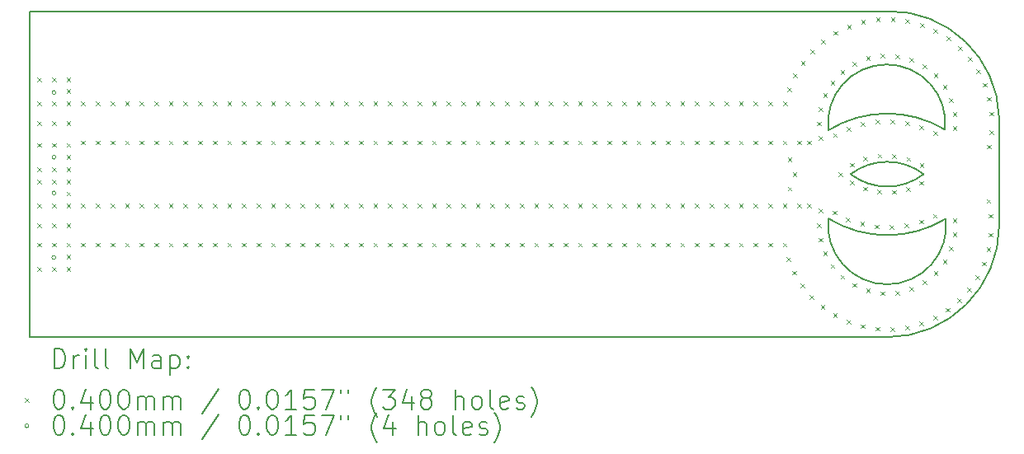
<source format=gbr>
%TF.GenerationSoftware,KiCad,Pcbnew,8.0.0*%
%TF.CreationDate,2024-04-11T14:57:10-06:00*%
%TF.ProjectId,dual_loop_probe_groundfix,6475616c-5f6c-46f6-9f70-5f70726f6265,rev?*%
%TF.SameCoordinates,Original*%
%TF.FileFunction,Drillmap*%
%TF.FilePolarity,Positive*%
%FSLAX45Y45*%
G04 Gerber Fmt 4.5, Leading zero omitted, Abs format (unit mm)*
G04 Created by KiCad (PCBNEW 8.0.0) date 2024-04-11 14:57:10*
%MOMM*%
%LPD*%
G01*
G04 APERTURE LIST*
%ADD10C,0.150000*%
%ADD11C,0.200000*%
%ADD12C,0.100000*%
G04 APERTURE END LIST*
D10*
X18100000Y-7400000D02*
X9300000Y-7400000D01*
X19250000Y-9600000D02*
G75*
G02*
X18100000Y-10750000I-1150000J0D01*
G01*
X18475000Y-9075000D02*
G75*
G02*
X17725000Y-9075000I-375000J488709D01*
G01*
X19250000Y-8500000D02*
X19250000Y-9600000D01*
X17497002Y-8623373D02*
G75*
G02*
X18693279Y-8616940I603408J-976597D01*
G01*
X18703080Y-9532179D02*
G75*
G02*
X17497085Y-9530736I-601820J984869D01*
G01*
X17497002Y-8623373D02*
G75*
G02*
X18693282Y-8616936I597762J73396D01*
G01*
X17725000Y-9075000D02*
G75*
G02*
X18475000Y-9075000I375000J-488709D01*
G01*
X18100000Y-10750000D02*
X9300000Y-10750000D01*
X9300000Y-10750000D02*
X9300000Y-7400000D01*
X18703080Y-9532179D02*
G75*
G02*
X17497083Y-9530738I-603080J-67821D01*
G01*
X18100000Y-7400000D02*
G75*
G02*
X19250000Y-8500000I25000J-1125000D01*
G01*
D11*
D12*
X9380000Y-8080000D02*
X9420000Y-8120000D01*
X9420000Y-8080000D02*
X9380000Y-8120000D01*
X9380000Y-8330000D02*
X9420000Y-8370000D01*
X9420000Y-8330000D02*
X9380000Y-8370000D01*
X9380000Y-8530092D02*
X9420000Y-8570092D01*
X9420000Y-8530092D02*
X9380000Y-8570092D01*
X9380000Y-8755000D02*
X9420000Y-8795000D01*
X9420000Y-8755000D02*
X9380000Y-8795000D01*
X9380000Y-9005000D02*
X9420000Y-9045000D01*
X9420000Y-9005000D02*
X9380000Y-9045000D01*
X9380000Y-9130000D02*
X9420000Y-9170000D01*
X9420000Y-9130000D02*
X9380000Y-9170000D01*
X9380000Y-9380000D02*
X9420000Y-9420000D01*
X9420000Y-9380000D02*
X9380000Y-9420000D01*
X9380000Y-9580000D02*
X9420000Y-9620000D01*
X9420000Y-9580000D02*
X9380000Y-9620000D01*
X9380000Y-9780000D02*
X9420000Y-9820000D01*
X9420000Y-9780000D02*
X9380000Y-9820000D01*
X9380000Y-10030000D02*
X9420000Y-10070000D01*
X9420000Y-10030000D02*
X9380000Y-10070000D01*
X9530000Y-8080000D02*
X9570000Y-8120000D01*
X9570000Y-8080000D02*
X9530000Y-8120000D01*
X9530000Y-8330000D02*
X9570000Y-8370000D01*
X9570000Y-8330000D02*
X9530000Y-8370000D01*
X9530000Y-8530092D02*
X9570000Y-8570092D01*
X9570000Y-8530092D02*
X9530000Y-8570092D01*
X9530000Y-8755000D02*
X9570000Y-8795000D01*
X9570000Y-8755000D02*
X9530000Y-8795000D01*
X9530000Y-9005000D02*
X9570000Y-9045000D01*
X9570000Y-9005000D02*
X9530000Y-9045000D01*
X9530000Y-9130000D02*
X9570000Y-9170000D01*
X9570000Y-9130000D02*
X9530000Y-9170000D01*
X9530000Y-9380000D02*
X9570000Y-9420000D01*
X9570000Y-9380000D02*
X9530000Y-9420000D01*
X9530000Y-9580063D02*
X9570000Y-9620063D01*
X9570000Y-9580063D02*
X9530000Y-9620063D01*
X9530000Y-9780000D02*
X9570000Y-9820000D01*
X9570000Y-9780000D02*
X9530000Y-9820000D01*
X9530000Y-10030000D02*
X9570000Y-10070000D01*
X9570000Y-10030000D02*
X9530000Y-10070000D01*
X9680000Y-8080000D02*
X9720000Y-8120000D01*
X9720000Y-8080000D02*
X9680000Y-8120000D01*
X9680000Y-8330092D02*
X9720000Y-8370092D01*
X9720000Y-8330092D02*
X9680000Y-8370092D01*
X9680000Y-8530092D02*
X9720000Y-8570092D01*
X9720000Y-8530092D02*
X9680000Y-8570092D01*
X9680000Y-8755000D02*
X9720000Y-8795000D01*
X9720000Y-8755000D02*
X9680000Y-8795000D01*
X9680000Y-9005000D02*
X9720000Y-9045000D01*
X9720000Y-9005000D02*
X9680000Y-9045000D01*
X9680000Y-9130000D02*
X9720000Y-9170000D01*
X9720000Y-9130000D02*
X9680000Y-9170000D01*
X9680000Y-9380000D02*
X9720000Y-9420000D01*
X9720000Y-9380000D02*
X9680000Y-9420000D01*
X9680000Y-9580000D02*
X9720000Y-9620000D01*
X9720000Y-9580000D02*
X9680000Y-9620000D01*
X9680000Y-9780000D02*
X9720000Y-9820000D01*
X9720000Y-9780000D02*
X9680000Y-9820000D01*
X9680000Y-10030000D02*
X9720000Y-10070000D01*
X9720000Y-10030000D02*
X9680000Y-10070000D01*
X9680719Y-8203901D02*
X9720719Y-8243901D01*
X9720719Y-8203901D02*
X9680719Y-8243901D01*
X9680719Y-9253901D02*
X9720719Y-9293901D01*
X9720719Y-9253901D02*
X9680719Y-9293901D01*
X9680746Y-8880353D02*
X9720746Y-8920353D01*
X9720746Y-8880353D02*
X9680746Y-8920353D01*
X9680746Y-9905353D02*
X9720746Y-9945353D01*
X9720746Y-9905353D02*
X9680746Y-9945353D01*
X9830000Y-8330000D02*
X9870000Y-8370000D01*
X9870000Y-8330000D02*
X9830000Y-8370000D01*
X9830000Y-8730000D02*
X9870000Y-8770000D01*
X9870000Y-8730000D02*
X9830000Y-8770000D01*
X9830000Y-9380000D02*
X9870000Y-9420000D01*
X9870000Y-9380000D02*
X9830000Y-9420000D01*
X9830000Y-9780000D02*
X9870000Y-9820000D01*
X9870000Y-9780000D02*
X9830000Y-9820000D01*
X9980000Y-8330000D02*
X10020000Y-8370000D01*
X10020000Y-8330000D02*
X9980000Y-8370000D01*
X9980000Y-8730000D02*
X10020000Y-8770000D01*
X10020000Y-8730000D02*
X9980000Y-8770000D01*
X9980000Y-9380000D02*
X10020000Y-9420000D01*
X10020000Y-9380000D02*
X9980000Y-9420000D01*
X9980000Y-9780000D02*
X10020000Y-9820000D01*
X10020000Y-9780000D02*
X9980000Y-9820000D01*
X10130000Y-8330000D02*
X10170000Y-8370000D01*
X10170000Y-8330000D02*
X10130000Y-8370000D01*
X10130000Y-8730000D02*
X10170000Y-8770000D01*
X10170000Y-8730000D02*
X10130000Y-8770000D01*
X10130000Y-9380000D02*
X10170000Y-9420000D01*
X10170000Y-9380000D02*
X10130000Y-9420000D01*
X10130000Y-9780000D02*
X10170000Y-9820000D01*
X10170000Y-9780000D02*
X10130000Y-9820000D01*
X10280000Y-8330000D02*
X10320000Y-8370000D01*
X10320000Y-8330000D02*
X10280000Y-8370000D01*
X10280000Y-8730000D02*
X10320000Y-8770000D01*
X10320000Y-8730000D02*
X10280000Y-8770000D01*
X10280000Y-9380000D02*
X10320000Y-9420000D01*
X10320000Y-9380000D02*
X10280000Y-9420000D01*
X10280000Y-9780000D02*
X10320000Y-9820000D01*
X10320000Y-9780000D02*
X10280000Y-9820000D01*
X10430000Y-8330000D02*
X10470000Y-8370000D01*
X10470000Y-8330000D02*
X10430000Y-8370000D01*
X10430000Y-8730000D02*
X10470000Y-8770000D01*
X10470000Y-8730000D02*
X10430000Y-8770000D01*
X10430000Y-9380000D02*
X10470000Y-9420000D01*
X10470000Y-9380000D02*
X10430000Y-9420000D01*
X10430000Y-9780000D02*
X10470000Y-9820000D01*
X10470000Y-9780000D02*
X10430000Y-9820000D01*
X10580000Y-8330000D02*
X10620000Y-8370000D01*
X10620000Y-8330000D02*
X10580000Y-8370000D01*
X10580000Y-8730000D02*
X10620000Y-8770000D01*
X10620000Y-8730000D02*
X10580000Y-8770000D01*
X10580000Y-9380000D02*
X10620000Y-9420000D01*
X10620000Y-9380000D02*
X10580000Y-9420000D01*
X10580000Y-9780000D02*
X10620000Y-9820000D01*
X10620000Y-9780000D02*
X10580000Y-9820000D01*
X10730000Y-8330000D02*
X10770000Y-8370000D01*
X10770000Y-8330000D02*
X10730000Y-8370000D01*
X10730000Y-8730000D02*
X10770000Y-8770000D01*
X10770000Y-8730000D02*
X10730000Y-8770000D01*
X10730000Y-9380000D02*
X10770000Y-9420000D01*
X10770000Y-9380000D02*
X10730000Y-9420000D01*
X10730000Y-9780000D02*
X10770000Y-9820000D01*
X10770000Y-9780000D02*
X10730000Y-9820000D01*
X10880000Y-8330000D02*
X10920000Y-8370000D01*
X10920000Y-8330000D02*
X10880000Y-8370000D01*
X10880000Y-8730000D02*
X10920000Y-8770000D01*
X10920000Y-8730000D02*
X10880000Y-8770000D01*
X10880000Y-9380000D02*
X10920000Y-9420000D01*
X10920000Y-9380000D02*
X10880000Y-9420000D01*
X10880000Y-9780000D02*
X10920000Y-9820000D01*
X10920000Y-9780000D02*
X10880000Y-9820000D01*
X11030000Y-8330000D02*
X11070000Y-8370000D01*
X11070000Y-8330000D02*
X11030000Y-8370000D01*
X11030000Y-8730000D02*
X11070000Y-8770000D01*
X11070000Y-8730000D02*
X11030000Y-8770000D01*
X11030000Y-9380000D02*
X11070000Y-9420000D01*
X11070000Y-9380000D02*
X11030000Y-9420000D01*
X11030000Y-9780000D02*
X11070000Y-9820000D01*
X11070000Y-9780000D02*
X11030000Y-9820000D01*
X11180000Y-8330000D02*
X11220000Y-8370000D01*
X11220000Y-8330000D02*
X11180000Y-8370000D01*
X11180000Y-8730000D02*
X11220000Y-8770000D01*
X11220000Y-8730000D02*
X11180000Y-8770000D01*
X11180000Y-9380000D02*
X11220000Y-9420000D01*
X11220000Y-9380000D02*
X11180000Y-9420000D01*
X11180000Y-9780000D02*
X11220000Y-9820000D01*
X11220000Y-9780000D02*
X11180000Y-9820000D01*
X11330000Y-8330000D02*
X11370000Y-8370000D01*
X11370000Y-8330000D02*
X11330000Y-8370000D01*
X11330000Y-8730000D02*
X11370000Y-8770000D01*
X11370000Y-8730000D02*
X11330000Y-8770000D01*
X11330000Y-9380000D02*
X11370000Y-9420000D01*
X11370000Y-9380000D02*
X11330000Y-9420000D01*
X11330000Y-9780000D02*
X11370000Y-9820000D01*
X11370000Y-9780000D02*
X11330000Y-9820000D01*
X11480000Y-8330000D02*
X11520000Y-8370000D01*
X11520000Y-8330000D02*
X11480000Y-8370000D01*
X11480000Y-8730000D02*
X11520000Y-8770000D01*
X11520000Y-8730000D02*
X11480000Y-8770000D01*
X11480000Y-9380000D02*
X11520000Y-9420000D01*
X11520000Y-9380000D02*
X11480000Y-9420000D01*
X11480000Y-9780000D02*
X11520000Y-9820000D01*
X11520000Y-9780000D02*
X11480000Y-9820000D01*
X11630000Y-8330000D02*
X11670000Y-8370000D01*
X11670000Y-8330000D02*
X11630000Y-8370000D01*
X11630000Y-8730000D02*
X11670000Y-8770000D01*
X11670000Y-8730000D02*
X11630000Y-8770000D01*
X11630000Y-9380000D02*
X11670000Y-9420000D01*
X11670000Y-9380000D02*
X11630000Y-9420000D01*
X11630000Y-9780000D02*
X11670000Y-9820000D01*
X11670000Y-9780000D02*
X11630000Y-9820000D01*
X11780000Y-8330000D02*
X11820000Y-8370000D01*
X11820000Y-8330000D02*
X11780000Y-8370000D01*
X11780000Y-8730000D02*
X11820000Y-8770000D01*
X11820000Y-8730000D02*
X11780000Y-8770000D01*
X11780000Y-9380000D02*
X11820000Y-9420000D01*
X11820000Y-9380000D02*
X11780000Y-9420000D01*
X11780000Y-9780000D02*
X11820000Y-9820000D01*
X11820000Y-9780000D02*
X11780000Y-9820000D01*
X11930000Y-8330000D02*
X11970000Y-8370000D01*
X11970000Y-8330000D02*
X11930000Y-8370000D01*
X11930000Y-8730000D02*
X11970000Y-8770000D01*
X11970000Y-8730000D02*
X11930000Y-8770000D01*
X11930000Y-9380000D02*
X11970000Y-9420000D01*
X11970000Y-9380000D02*
X11930000Y-9420000D01*
X11930000Y-9780000D02*
X11970000Y-9820000D01*
X11970000Y-9780000D02*
X11930000Y-9820000D01*
X12080000Y-8330000D02*
X12120000Y-8370000D01*
X12120000Y-8330000D02*
X12080000Y-8370000D01*
X12080000Y-8730000D02*
X12120000Y-8770000D01*
X12120000Y-8730000D02*
X12080000Y-8770000D01*
X12080000Y-9380000D02*
X12120000Y-9420000D01*
X12120000Y-9380000D02*
X12080000Y-9420000D01*
X12080000Y-9780000D02*
X12120000Y-9820000D01*
X12120000Y-9780000D02*
X12080000Y-9820000D01*
X12230000Y-8330000D02*
X12270000Y-8370000D01*
X12270000Y-8330000D02*
X12230000Y-8370000D01*
X12230000Y-8730000D02*
X12270000Y-8770000D01*
X12270000Y-8730000D02*
X12230000Y-8770000D01*
X12230000Y-9380000D02*
X12270000Y-9420000D01*
X12270000Y-9380000D02*
X12230000Y-9420000D01*
X12230000Y-9780000D02*
X12270000Y-9820000D01*
X12270000Y-9780000D02*
X12230000Y-9820000D01*
X12380000Y-8330000D02*
X12420000Y-8370000D01*
X12420000Y-8330000D02*
X12380000Y-8370000D01*
X12380000Y-8730000D02*
X12420000Y-8770000D01*
X12420000Y-8730000D02*
X12380000Y-8770000D01*
X12380000Y-9380000D02*
X12420000Y-9420000D01*
X12420000Y-9380000D02*
X12380000Y-9420000D01*
X12380000Y-9780000D02*
X12420000Y-9820000D01*
X12420000Y-9780000D02*
X12380000Y-9820000D01*
X12530000Y-8330000D02*
X12570000Y-8370000D01*
X12570000Y-8330000D02*
X12530000Y-8370000D01*
X12530000Y-8730000D02*
X12570000Y-8770000D01*
X12570000Y-8730000D02*
X12530000Y-8770000D01*
X12530000Y-9380000D02*
X12570000Y-9420000D01*
X12570000Y-9380000D02*
X12530000Y-9420000D01*
X12530000Y-9780000D02*
X12570000Y-9820000D01*
X12570000Y-9780000D02*
X12530000Y-9820000D01*
X12680000Y-8330000D02*
X12720000Y-8370000D01*
X12720000Y-8330000D02*
X12680000Y-8370000D01*
X12680000Y-8730000D02*
X12720000Y-8770000D01*
X12720000Y-8730000D02*
X12680000Y-8770000D01*
X12680000Y-9380000D02*
X12720000Y-9420000D01*
X12720000Y-9380000D02*
X12680000Y-9420000D01*
X12680000Y-9780000D02*
X12720000Y-9820000D01*
X12720000Y-9780000D02*
X12680000Y-9820000D01*
X12830000Y-8330000D02*
X12870000Y-8370000D01*
X12870000Y-8330000D02*
X12830000Y-8370000D01*
X12830000Y-8730000D02*
X12870000Y-8770000D01*
X12870000Y-8730000D02*
X12830000Y-8770000D01*
X12830000Y-9380000D02*
X12870000Y-9420000D01*
X12870000Y-9380000D02*
X12830000Y-9420000D01*
X12830000Y-9780000D02*
X12870000Y-9820000D01*
X12870000Y-9780000D02*
X12830000Y-9820000D01*
X12980000Y-8330000D02*
X13020000Y-8370000D01*
X13020000Y-8330000D02*
X12980000Y-8370000D01*
X12980000Y-8730000D02*
X13020000Y-8770000D01*
X13020000Y-8730000D02*
X12980000Y-8770000D01*
X12980000Y-9380000D02*
X13020000Y-9420000D01*
X13020000Y-9380000D02*
X12980000Y-9420000D01*
X12980000Y-9780000D02*
X13020000Y-9820000D01*
X13020000Y-9780000D02*
X12980000Y-9820000D01*
X13130000Y-8330000D02*
X13170000Y-8370000D01*
X13170000Y-8330000D02*
X13130000Y-8370000D01*
X13130000Y-8730000D02*
X13170000Y-8770000D01*
X13170000Y-8730000D02*
X13130000Y-8770000D01*
X13130000Y-9380000D02*
X13170000Y-9420000D01*
X13170000Y-9380000D02*
X13130000Y-9420000D01*
X13130000Y-9780000D02*
X13170000Y-9820000D01*
X13170000Y-9780000D02*
X13130000Y-9820000D01*
X13280000Y-8330000D02*
X13320000Y-8370000D01*
X13320000Y-8330000D02*
X13280000Y-8370000D01*
X13280000Y-8730000D02*
X13320000Y-8770000D01*
X13320000Y-8730000D02*
X13280000Y-8770000D01*
X13280000Y-9380000D02*
X13320000Y-9420000D01*
X13320000Y-9380000D02*
X13280000Y-9420000D01*
X13280000Y-9780000D02*
X13320000Y-9820000D01*
X13320000Y-9780000D02*
X13280000Y-9820000D01*
X13430000Y-8330000D02*
X13470000Y-8370000D01*
X13470000Y-8330000D02*
X13430000Y-8370000D01*
X13430000Y-8730000D02*
X13470000Y-8770000D01*
X13470000Y-8730000D02*
X13430000Y-8770000D01*
X13430000Y-9380000D02*
X13470000Y-9420000D01*
X13470000Y-9380000D02*
X13430000Y-9420000D01*
X13430000Y-9780000D02*
X13470000Y-9820000D01*
X13470000Y-9780000D02*
X13430000Y-9820000D01*
X13580000Y-8330000D02*
X13620000Y-8370000D01*
X13620000Y-8330000D02*
X13580000Y-8370000D01*
X13580000Y-8730000D02*
X13620000Y-8770000D01*
X13620000Y-8730000D02*
X13580000Y-8770000D01*
X13580000Y-9380000D02*
X13620000Y-9420000D01*
X13620000Y-9380000D02*
X13580000Y-9420000D01*
X13580000Y-9780000D02*
X13620000Y-9820000D01*
X13620000Y-9780000D02*
X13580000Y-9820000D01*
X13730000Y-8330000D02*
X13770000Y-8370000D01*
X13770000Y-8330000D02*
X13730000Y-8370000D01*
X13730000Y-8730000D02*
X13770000Y-8770000D01*
X13770000Y-8730000D02*
X13730000Y-8770000D01*
X13730000Y-9380000D02*
X13770000Y-9420000D01*
X13770000Y-9380000D02*
X13730000Y-9420000D01*
X13730000Y-9780000D02*
X13770000Y-9820000D01*
X13770000Y-9780000D02*
X13730000Y-9820000D01*
X13880000Y-8330000D02*
X13920000Y-8370000D01*
X13920000Y-8330000D02*
X13880000Y-8370000D01*
X13880000Y-8730000D02*
X13920000Y-8770000D01*
X13920000Y-8730000D02*
X13880000Y-8770000D01*
X13880000Y-9380000D02*
X13920000Y-9420000D01*
X13920000Y-9380000D02*
X13880000Y-9420000D01*
X13880000Y-9780000D02*
X13920000Y-9820000D01*
X13920000Y-9780000D02*
X13880000Y-9820000D01*
X14030000Y-8330000D02*
X14070000Y-8370000D01*
X14070000Y-8330000D02*
X14030000Y-8370000D01*
X14030000Y-8730000D02*
X14070000Y-8770000D01*
X14070000Y-8730000D02*
X14030000Y-8770000D01*
X14030000Y-9380000D02*
X14070000Y-9420000D01*
X14070000Y-9380000D02*
X14030000Y-9420000D01*
X14030000Y-9780000D02*
X14070000Y-9820000D01*
X14070000Y-9780000D02*
X14030000Y-9820000D01*
X14180000Y-8330000D02*
X14220000Y-8370000D01*
X14220000Y-8330000D02*
X14180000Y-8370000D01*
X14180000Y-8730000D02*
X14220000Y-8770000D01*
X14220000Y-8730000D02*
X14180000Y-8770000D01*
X14180000Y-9380000D02*
X14220000Y-9420000D01*
X14220000Y-9380000D02*
X14180000Y-9420000D01*
X14180000Y-9780000D02*
X14220000Y-9820000D01*
X14220000Y-9780000D02*
X14180000Y-9820000D01*
X14330000Y-8330000D02*
X14370000Y-8370000D01*
X14370000Y-8330000D02*
X14330000Y-8370000D01*
X14330000Y-8730000D02*
X14370000Y-8770000D01*
X14370000Y-8730000D02*
X14330000Y-8770000D01*
X14330000Y-9380000D02*
X14370000Y-9420000D01*
X14370000Y-9380000D02*
X14330000Y-9420000D01*
X14330000Y-9780000D02*
X14370000Y-9820000D01*
X14370000Y-9780000D02*
X14330000Y-9820000D01*
X14480000Y-8330000D02*
X14520000Y-8370000D01*
X14520000Y-8330000D02*
X14480000Y-8370000D01*
X14480000Y-8330000D02*
X14520000Y-8370000D01*
X14520000Y-8330000D02*
X14480000Y-8370000D01*
X14480000Y-8730000D02*
X14520000Y-8770000D01*
X14520000Y-8730000D02*
X14480000Y-8770000D01*
X14480000Y-8730000D02*
X14520000Y-8770000D01*
X14520000Y-8730000D02*
X14480000Y-8770000D01*
X14480000Y-9380000D02*
X14520000Y-9420000D01*
X14520000Y-9380000D02*
X14480000Y-9420000D01*
X14480000Y-9380000D02*
X14520000Y-9420000D01*
X14520000Y-9380000D02*
X14480000Y-9420000D01*
X14480000Y-9780000D02*
X14520000Y-9820000D01*
X14520000Y-9780000D02*
X14480000Y-9820000D01*
X14480000Y-9780000D02*
X14520000Y-9820000D01*
X14520000Y-9780000D02*
X14480000Y-9820000D01*
X14630000Y-8330000D02*
X14670000Y-8370000D01*
X14670000Y-8330000D02*
X14630000Y-8370000D01*
X14630000Y-8730000D02*
X14670000Y-8770000D01*
X14670000Y-8730000D02*
X14630000Y-8770000D01*
X14630000Y-9380000D02*
X14670000Y-9420000D01*
X14670000Y-9380000D02*
X14630000Y-9420000D01*
X14630000Y-9780000D02*
X14670000Y-9820000D01*
X14670000Y-9780000D02*
X14630000Y-9820000D01*
X14780000Y-8330000D02*
X14820000Y-8370000D01*
X14820000Y-8330000D02*
X14780000Y-8370000D01*
X14780000Y-8730000D02*
X14820000Y-8770000D01*
X14820000Y-8730000D02*
X14780000Y-8770000D01*
X14780000Y-9380000D02*
X14820000Y-9420000D01*
X14820000Y-9380000D02*
X14780000Y-9420000D01*
X14780000Y-9780000D02*
X14820000Y-9820000D01*
X14820000Y-9780000D02*
X14780000Y-9820000D01*
X14930000Y-8330000D02*
X14970000Y-8370000D01*
X14970000Y-8330000D02*
X14930000Y-8370000D01*
X14930000Y-8730000D02*
X14970000Y-8770000D01*
X14970000Y-8730000D02*
X14930000Y-8770000D01*
X14930000Y-9380000D02*
X14970000Y-9420000D01*
X14970000Y-9380000D02*
X14930000Y-9420000D01*
X14930000Y-9780000D02*
X14970000Y-9820000D01*
X14970000Y-9780000D02*
X14930000Y-9820000D01*
X15080000Y-8330000D02*
X15120000Y-8370000D01*
X15120000Y-8330000D02*
X15080000Y-8370000D01*
X15080000Y-8730000D02*
X15120000Y-8770000D01*
X15120000Y-8730000D02*
X15080000Y-8770000D01*
X15080000Y-9380000D02*
X15120000Y-9420000D01*
X15120000Y-9380000D02*
X15080000Y-9420000D01*
X15080000Y-9780000D02*
X15120000Y-9820000D01*
X15120000Y-9780000D02*
X15080000Y-9820000D01*
X15230000Y-8330000D02*
X15270000Y-8370000D01*
X15270000Y-8330000D02*
X15230000Y-8370000D01*
X15230000Y-8730000D02*
X15270000Y-8770000D01*
X15270000Y-8730000D02*
X15230000Y-8770000D01*
X15230000Y-9380000D02*
X15270000Y-9420000D01*
X15270000Y-9380000D02*
X15230000Y-9420000D01*
X15230000Y-9780000D02*
X15270000Y-9820000D01*
X15270000Y-9780000D02*
X15230000Y-9820000D01*
X15380000Y-8330000D02*
X15420000Y-8370000D01*
X15420000Y-8330000D02*
X15380000Y-8370000D01*
X15380000Y-8730000D02*
X15420000Y-8770000D01*
X15420000Y-8730000D02*
X15380000Y-8770000D01*
X15380000Y-9380000D02*
X15420000Y-9420000D01*
X15420000Y-9380000D02*
X15380000Y-9420000D01*
X15380000Y-9780000D02*
X15420000Y-9820000D01*
X15420000Y-9780000D02*
X15380000Y-9820000D01*
X15530000Y-8330000D02*
X15570000Y-8370000D01*
X15570000Y-8330000D02*
X15530000Y-8370000D01*
X15530000Y-8730000D02*
X15570000Y-8770000D01*
X15570000Y-8730000D02*
X15530000Y-8770000D01*
X15530000Y-9380000D02*
X15570000Y-9420000D01*
X15570000Y-9380000D02*
X15530000Y-9420000D01*
X15530000Y-9780000D02*
X15570000Y-9820000D01*
X15570000Y-9780000D02*
X15530000Y-9820000D01*
X15680000Y-8330000D02*
X15720000Y-8370000D01*
X15720000Y-8330000D02*
X15680000Y-8370000D01*
X15680000Y-8730000D02*
X15720000Y-8770000D01*
X15720000Y-8730000D02*
X15680000Y-8770000D01*
X15680000Y-9380000D02*
X15720000Y-9420000D01*
X15720000Y-9380000D02*
X15680000Y-9420000D01*
X15680000Y-9780000D02*
X15720000Y-9820000D01*
X15720000Y-9780000D02*
X15680000Y-9820000D01*
X15830000Y-8330000D02*
X15870000Y-8370000D01*
X15870000Y-8330000D02*
X15830000Y-8370000D01*
X15830000Y-8730000D02*
X15870000Y-8770000D01*
X15870000Y-8730000D02*
X15830000Y-8770000D01*
X15830000Y-9380000D02*
X15870000Y-9420000D01*
X15870000Y-9380000D02*
X15830000Y-9420000D01*
X15830000Y-9780000D02*
X15870000Y-9820000D01*
X15870000Y-9780000D02*
X15830000Y-9820000D01*
X15980000Y-8330000D02*
X16020000Y-8370000D01*
X16020000Y-8330000D02*
X15980000Y-8370000D01*
X15980000Y-8730000D02*
X16020000Y-8770000D01*
X16020000Y-8730000D02*
X15980000Y-8770000D01*
X15980000Y-9380000D02*
X16020000Y-9420000D01*
X16020000Y-9380000D02*
X15980000Y-9420000D01*
X15980000Y-9780000D02*
X16020000Y-9820000D01*
X16020000Y-9780000D02*
X15980000Y-9820000D01*
X16130000Y-8330000D02*
X16170000Y-8370000D01*
X16170000Y-8330000D02*
X16130000Y-8370000D01*
X16130000Y-8730000D02*
X16170000Y-8770000D01*
X16170000Y-8730000D02*
X16130000Y-8770000D01*
X16130000Y-9380000D02*
X16170000Y-9420000D01*
X16170000Y-9380000D02*
X16130000Y-9420000D01*
X16130000Y-9780000D02*
X16170000Y-9820000D01*
X16170000Y-9780000D02*
X16130000Y-9820000D01*
X16280000Y-8330000D02*
X16320000Y-8370000D01*
X16320000Y-8330000D02*
X16280000Y-8370000D01*
X16280000Y-8730000D02*
X16320000Y-8770000D01*
X16320000Y-8730000D02*
X16280000Y-8770000D01*
X16280000Y-9380000D02*
X16320000Y-9420000D01*
X16320000Y-9380000D02*
X16280000Y-9420000D01*
X16280000Y-9780000D02*
X16320000Y-9820000D01*
X16320000Y-9780000D02*
X16280000Y-9820000D01*
X16430000Y-8330000D02*
X16470000Y-8370000D01*
X16470000Y-8330000D02*
X16430000Y-8370000D01*
X16430000Y-8730000D02*
X16470000Y-8770000D01*
X16470000Y-8730000D02*
X16430000Y-8770000D01*
X16430000Y-9380000D02*
X16470000Y-9420000D01*
X16470000Y-9380000D02*
X16430000Y-9420000D01*
X16430000Y-9780000D02*
X16470000Y-9820000D01*
X16470000Y-9780000D02*
X16430000Y-9820000D01*
X16580000Y-8330000D02*
X16620000Y-8370000D01*
X16620000Y-8330000D02*
X16580000Y-8370000D01*
X16580000Y-8730000D02*
X16620000Y-8770000D01*
X16620000Y-8730000D02*
X16580000Y-8770000D01*
X16580000Y-9380000D02*
X16620000Y-9420000D01*
X16620000Y-9380000D02*
X16580000Y-9420000D01*
X16580000Y-9780000D02*
X16620000Y-9820000D01*
X16620000Y-9780000D02*
X16580000Y-9820000D01*
X16730000Y-8330000D02*
X16770000Y-8370000D01*
X16770000Y-8330000D02*
X16730000Y-8370000D01*
X16730000Y-8730000D02*
X16770000Y-8770000D01*
X16770000Y-8730000D02*
X16730000Y-8770000D01*
X16730000Y-9380000D02*
X16770000Y-9420000D01*
X16770000Y-9380000D02*
X16730000Y-9420000D01*
X16730000Y-9780000D02*
X16770000Y-9820000D01*
X16770000Y-9780000D02*
X16730000Y-9820000D01*
X16880000Y-8330000D02*
X16920000Y-8370000D01*
X16920000Y-8330000D02*
X16880000Y-8370000D01*
X16880000Y-8730000D02*
X16920000Y-8770000D01*
X16920000Y-8730000D02*
X16880000Y-8770000D01*
X16880000Y-9380000D02*
X16920000Y-9420000D01*
X16920000Y-9380000D02*
X16880000Y-9420000D01*
X16880000Y-9780000D02*
X16920000Y-9820000D01*
X16920000Y-9780000D02*
X16880000Y-9820000D01*
X17030000Y-8730000D02*
X17070000Y-8770000D01*
X17070000Y-8730000D02*
X17030000Y-8770000D01*
X17030000Y-9380000D02*
X17070000Y-9420000D01*
X17070000Y-9380000D02*
X17030000Y-9420000D01*
X17030000Y-9780000D02*
X17070000Y-9820000D01*
X17070000Y-9780000D02*
X17030000Y-9820000D01*
X17035548Y-8330000D02*
X17075548Y-8370000D01*
X17075548Y-8330000D02*
X17035548Y-8370000D01*
X17069261Y-9927716D02*
X17109261Y-9967716D01*
X17109261Y-9927716D02*
X17069261Y-9967716D01*
X17074809Y-8182284D02*
X17114809Y-8222284D01*
X17114809Y-8182284D02*
X17074809Y-8222284D01*
X17080000Y-8905000D02*
X17120000Y-8945000D01*
X17120000Y-8905000D02*
X17080000Y-8945000D01*
X17080000Y-9205000D02*
X17120000Y-9245000D01*
X17120000Y-9205000D02*
X17080000Y-9245000D01*
X17129189Y-10068321D02*
X17169189Y-10108321D01*
X17169189Y-10068321D02*
X17129189Y-10108321D01*
X17130000Y-9055000D02*
X17170000Y-9095000D01*
X17170000Y-9055000D02*
X17130000Y-9095000D01*
X17134736Y-8041679D02*
X17174736Y-8081679D01*
X17174736Y-8041679D02*
X17134736Y-8081679D01*
X17180000Y-8730000D02*
X17220000Y-8770000D01*
X17220000Y-8730000D02*
X17180000Y-8770000D01*
X17180000Y-9380000D02*
X17220000Y-9420000D01*
X17220000Y-9380000D02*
X17180000Y-9420000D01*
X17208558Y-10198942D02*
X17248558Y-10238942D01*
X17248558Y-10198942D02*
X17208558Y-10238942D01*
X17214106Y-7911058D02*
X17254106Y-7951058D01*
X17254106Y-7911058D02*
X17214106Y-7951058D01*
X17280000Y-8730000D02*
X17320000Y-8770000D01*
X17320000Y-8730000D02*
X17280000Y-8770000D01*
X17280000Y-9380000D02*
X17320000Y-9420000D01*
X17320000Y-9380000D02*
X17280000Y-9420000D01*
X17305747Y-10316907D02*
X17345747Y-10356907D01*
X17345747Y-10316907D02*
X17305747Y-10356907D01*
X17311295Y-7793093D02*
X17351295Y-7833093D01*
X17351295Y-7793093D02*
X17311295Y-7833093D01*
X17380000Y-9580000D02*
X17420000Y-9620000D01*
X17420000Y-9580000D02*
X17380000Y-9620000D01*
X17380000Y-8534999D02*
X17420000Y-8574999D01*
X17420000Y-8534999D02*
X17380000Y-8574999D01*
X17396068Y-9430879D02*
X17436068Y-9470879D01*
X17436068Y-9430879D02*
X17396068Y-9470879D01*
X17396068Y-9729121D02*
X17436068Y-9769121D01*
X17436068Y-9729121D02*
X17396068Y-9769121D01*
X17396068Y-8385878D02*
X17436068Y-8425878D01*
X17436068Y-8385878D02*
X17396068Y-8425878D01*
X17396068Y-8684120D02*
X17436068Y-8724120D01*
X17436068Y-8684120D02*
X17396068Y-8724120D01*
X17418767Y-10419804D02*
X17458767Y-10459804D01*
X17458767Y-10419804D02*
X17418767Y-10459804D01*
X17424315Y-7690196D02*
X17464315Y-7730196D01*
X17464315Y-7690196D02*
X17424315Y-7730196D01*
X17443535Y-9871397D02*
X17483535Y-9911397D01*
X17483535Y-9871397D02*
X17443535Y-9911397D01*
X17443535Y-8243602D02*
X17483535Y-8283602D01*
X17483535Y-8243602D02*
X17443535Y-8283602D01*
X17520221Y-10000294D02*
X17560221Y-10040294D01*
X17560221Y-10000294D02*
X17520221Y-10040294D01*
X17520221Y-8114705D02*
X17560221Y-8154705D01*
X17560221Y-8114705D02*
X17520221Y-8154705D01*
X17542843Y-9450796D02*
X17582843Y-9490796D01*
X17582843Y-9450796D02*
X17542843Y-9490796D01*
X17545307Y-8654471D02*
X17585307Y-8694471D01*
X17585307Y-8654471D02*
X17545307Y-8694471D01*
X17545307Y-10505529D02*
X17585307Y-10545529D01*
X17585307Y-10505529D02*
X17545307Y-10545529D01*
X17550855Y-7604471D02*
X17590855Y-7644471D01*
X17590855Y-7604471D02*
X17550855Y-7644471D01*
X17598982Y-9055000D02*
X17638982Y-9095000D01*
X17638982Y-9055000D02*
X17598982Y-9095000D01*
X17622606Y-10109897D02*
X17662606Y-10149897D01*
X17662606Y-10109897D02*
X17622606Y-10149897D01*
X17622606Y-8005103D02*
X17662606Y-8045103D01*
X17662606Y-8005103D02*
X17622606Y-8045103D01*
X17679647Y-9518957D02*
X17719647Y-9558957D01*
X17719647Y-9518957D02*
X17679647Y-9558957D01*
X17682781Y-8587671D02*
X17722781Y-8627671D01*
X17722781Y-8587671D02*
X17682781Y-8627671D01*
X17682781Y-10572329D02*
X17722781Y-10612329D01*
X17722781Y-10572329D02*
X17682781Y-10612329D01*
X17688329Y-7537671D02*
X17728329Y-7577671D01*
X17728329Y-7537671D02*
X17688329Y-7577671D01*
X17716683Y-9141079D02*
X17756683Y-9181079D01*
X17756683Y-9141079D02*
X17716683Y-9181079D01*
X17719314Y-8959331D02*
X17759314Y-8999331D01*
X17759314Y-8959331D02*
X17719314Y-8999331D01*
X17745989Y-10195172D02*
X17785989Y-10235172D01*
X17785989Y-10195172D02*
X17745989Y-10235172D01*
X17745989Y-7919827D02*
X17785989Y-7959827D01*
X17785989Y-7919827D02*
X17745989Y-7959827D01*
X17824774Y-9566909D02*
X17864774Y-9606909D01*
X17864774Y-9566909D02*
X17824774Y-9606909D01*
X17828377Y-8541161D02*
X17868377Y-8581161D01*
X17868377Y-8541161D02*
X17828377Y-8581161D01*
X17828377Y-10618839D02*
X17868377Y-10658839D01*
X17868377Y-10618839D02*
X17828377Y-10658839D01*
X17833925Y-7491161D02*
X17873925Y-7531161D01*
X17873925Y-7491161D02*
X17833925Y-7531161D01*
X17852781Y-9204109D02*
X17892781Y-9244109D01*
X17892781Y-9204109D02*
X17852781Y-9244109D01*
X17855956Y-8897491D02*
X17895956Y-8937491D01*
X17895956Y-8897491D02*
X17855956Y-8937491D01*
X17884706Y-10252206D02*
X17924706Y-10292206D01*
X17924706Y-10252206D02*
X17884706Y-10292206D01*
X17884706Y-7862793D02*
X17924706Y-7902793D01*
X17924706Y-7862793D02*
X17884706Y-7902793D01*
X17975257Y-9593672D02*
X18015257Y-9633672D01*
X18015257Y-9593672D02*
X17975257Y-9633672D01*
X17979118Y-8515893D02*
X18019118Y-8555893D01*
X18019118Y-8515893D02*
X17979118Y-8555893D01*
X17979118Y-10644107D02*
X18019118Y-10684107D01*
X18019118Y-10644107D02*
X17979118Y-10684107D01*
X17984666Y-7465893D02*
X18024666Y-7505893D01*
X18024666Y-7465893D02*
X17984666Y-7505893D01*
X17999182Y-9236700D02*
X18039182Y-9276700D01*
X18039182Y-9236700D02*
X17999182Y-9276700D01*
X18002636Y-8866179D02*
X18042636Y-8906179D01*
X18042636Y-8866179D02*
X18002636Y-8906179D01*
X18032389Y-10278379D02*
X18072389Y-10318379D01*
X18072389Y-10278379D02*
X18032389Y-10318379D01*
X18032389Y-7836620D02*
X18072389Y-7876620D01*
X18072389Y-7836620D02*
X18032389Y-7876620D01*
X18128018Y-9598697D02*
X18168018Y-9638697D01*
X18168018Y-9598697D02*
X18128018Y-9638697D01*
X18131922Y-8512384D02*
X18171922Y-8552384D01*
X18171922Y-8512384D02*
X18131922Y-8552384D01*
X18131922Y-10647616D02*
X18171922Y-10687616D01*
X18171922Y-10647616D02*
X18131922Y-10687616D01*
X18137470Y-7462384D02*
X18177470Y-7502384D01*
X18177470Y-7462384D02*
X18137470Y-7502384D01*
X18149165Y-9237354D02*
X18189165Y-9277354D01*
X18189165Y-9237354D02*
X18149165Y-9277354D01*
X18152619Y-8866834D02*
X18192619Y-8906834D01*
X18192619Y-8866834D02*
X18152619Y-8906834D01*
X18182258Y-10272491D02*
X18222258Y-10312491D01*
X18222258Y-10272491D02*
X18182258Y-10312491D01*
X18182258Y-7842508D02*
X18222258Y-7882508D01*
X18222258Y-7842508D02*
X18182258Y-7882508D01*
X18279935Y-9581883D02*
X18319935Y-9621883D01*
X18319935Y-9581883D02*
X18279935Y-9621883D01*
X18283664Y-8530705D02*
X18323664Y-8570705D01*
X18323664Y-8530705D02*
X18283664Y-8570705D01*
X18283664Y-10629296D02*
X18323664Y-10669296D01*
X18323664Y-10629296D02*
X18283664Y-10669296D01*
X18289212Y-7480704D02*
X18329212Y-7520704D01*
X18329212Y-7480704D02*
X18289212Y-7520704D01*
X18295844Y-9206043D02*
X18335844Y-9246043D01*
X18335844Y-9206043D02*
X18295844Y-9246043D01*
X18299020Y-8899424D02*
X18339020Y-8939424D01*
X18339020Y-8899424D02*
X18299020Y-8939424D01*
X18327432Y-10234811D02*
X18367432Y-10274811D01*
X18367432Y-10234811D02*
X18327432Y-10274811D01*
X18327433Y-7880188D02*
X18367433Y-7920188D01*
X18367433Y-7880188D02*
X18327433Y-7920188D01*
X18427900Y-9543574D02*
X18467900Y-9583574D01*
X18467900Y-9543574D02*
X18427900Y-9583574D01*
X18431242Y-8570481D02*
X18471242Y-8610481D01*
X18471242Y-8570481D02*
X18431242Y-8610481D01*
X18431242Y-10589519D02*
X18471242Y-10629519D01*
X18471242Y-10589519D02*
X18431242Y-10629519D01*
X18432487Y-9144203D02*
X18472487Y-9184203D01*
X18472487Y-9144203D02*
X18432487Y-9184203D01*
X18435117Y-8962454D02*
X18475117Y-9002454D01*
X18475117Y-8962454D02*
X18435117Y-9002454D01*
X18436789Y-7520481D02*
X18476789Y-7560481D01*
X18476789Y-7520481D02*
X18436789Y-7560481D01*
X18461247Y-10167069D02*
X18501247Y-10207069D01*
X18501247Y-10167069D02*
X18461247Y-10207069D01*
X18461247Y-7947930D02*
X18501247Y-7987930D01*
X18501247Y-7947930D02*
X18461247Y-7987930D01*
X18568888Y-9484552D02*
X18608888Y-9524552D01*
X18608888Y-9484552D02*
X18568888Y-9524552D01*
X18571637Y-8630899D02*
X18611637Y-8670899D01*
X18611637Y-8630899D02*
X18571637Y-8670899D01*
X18571637Y-10529101D02*
X18611637Y-10569101D01*
X18611637Y-10529101D02*
X18571637Y-10569101D01*
X18577185Y-7580899D02*
X18617185Y-7620899D01*
X18617185Y-7580899D02*
X18577185Y-7620899D01*
X18577560Y-10072376D02*
X18617560Y-10112376D01*
X18617560Y-10072376D02*
X18577560Y-10112376D01*
X18577560Y-8042623D02*
X18617560Y-8082623D01*
X18617560Y-8042623D02*
X18577560Y-8082623D01*
X18671030Y-9955079D02*
X18711030Y-9995079D01*
X18711030Y-9955079D02*
X18671030Y-9995079D01*
X18671030Y-8159920D02*
X18711030Y-8199920D01*
X18711030Y-8159920D02*
X18671030Y-8199920D01*
X18701980Y-10449276D02*
X18741980Y-10489276D01*
X18741980Y-10449276D02*
X18701980Y-10489276D01*
X18707528Y-7660724D02*
X18747528Y-7700724D01*
X18747528Y-7660724D02*
X18707528Y-7700724D01*
X18737366Y-9820562D02*
X18777366Y-9860562D01*
X18777366Y-9820562D02*
X18737366Y-9860562D01*
X18737366Y-8294437D02*
X18777366Y-8334437D01*
X18777366Y-8294437D02*
X18737366Y-8334437D01*
X18773524Y-9530000D02*
X18813524Y-9570000D01*
X18813524Y-9530000D02*
X18773524Y-9570000D01*
X18773524Y-9675001D02*
X18813524Y-9715001D01*
X18813524Y-9675001D02*
X18773524Y-9715001D01*
X18773524Y-8439998D02*
X18813524Y-8479998D01*
X18813524Y-8439998D02*
X18773524Y-8479998D01*
X18773524Y-8580000D02*
X18813524Y-8620000D01*
X18813524Y-8580000D02*
X18773524Y-8620000D01*
X18819605Y-10351676D02*
X18859605Y-10391676D01*
X18859605Y-10351676D02*
X18819605Y-10391676D01*
X18825153Y-7758324D02*
X18865153Y-7798324D01*
X18865153Y-7758324D02*
X18825153Y-7798324D01*
X18922107Y-10238298D02*
X18962107Y-10278298D01*
X18962107Y-10238298D02*
X18922107Y-10278298D01*
X18927655Y-7871702D02*
X18967655Y-7911702D01*
X18967655Y-7871702D02*
X18927655Y-7911702D01*
X19007390Y-10111459D02*
X19047390Y-10151459D01*
X19047390Y-10111459D02*
X19007390Y-10151459D01*
X19012938Y-7998541D02*
X19052938Y-8038541D01*
X19052938Y-7998541D02*
X19012938Y-8038541D01*
X19073710Y-9973753D02*
X19113710Y-10013753D01*
X19113710Y-9973753D02*
X19073710Y-10013753D01*
X19079258Y-8136247D02*
X19119258Y-8176247D01*
X19119258Y-8136247D02*
X19079258Y-8176247D01*
X19119711Y-9332005D02*
X19159711Y-9372005D01*
X19159711Y-9332005D02*
X19119711Y-9372005D01*
X19119711Y-9827995D02*
X19159711Y-9867995D01*
X19159711Y-9827995D02*
X19119711Y-9867995D01*
X19124696Y-8773497D02*
X19164696Y-8813497D01*
X19164696Y-8773497D02*
X19124696Y-8813497D01*
X19125259Y-8282005D02*
X19165259Y-8322005D01*
X19165259Y-8282005D02*
X19125259Y-8322005D01*
X19144452Y-9482833D02*
X19184452Y-9522833D01*
X19184452Y-9482833D02*
X19144452Y-9522833D01*
X19144452Y-9677167D02*
X19184452Y-9717167D01*
X19184452Y-9677167D02*
X19144452Y-9717167D01*
X19149438Y-8622669D02*
X19189438Y-8662669D01*
X19189438Y-8622669D02*
X19149438Y-8662669D01*
X19150000Y-8432833D02*
X19190000Y-8472833D01*
X19190000Y-8432833D02*
X19150000Y-8472833D01*
X9570000Y-8235000D02*
G75*
G02*
X9530000Y-8235000I-20000J0D01*
G01*
X9530000Y-8235000D02*
G75*
G02*
X9570000Y-8235000I20000J0D01*
G01*
X9570000Y-8900000D02*
G75*
G02*
X9530000Y-8900000I-20000J0D01*
G01*
X9530000Y-8900000D02*
G75*
G02*
X9570000Y-8900000I20000J0D01*
G01*
X9570000Y-9267500D02*
G75*
G02*
X9530000Y-9267500I-20000J0D01*
G01*
X9530000Y-9267500D02*
G75*
G02*
X9570000Y-9267500I20000J0D01*
G01*
X9570000Y-9932500D02*
G75*
G02*
X9530000Y-9932500I-20000J0D01*
G01*
X9530000Y-9932500D02*
G75*
G02*
X9570000Y-9932500I20000J0D01*
G01*
D11*
X9553277Y-11068984D02*
X9553277Y-10868984D01*
X9553277Y-10868984D02*
X9600896Y-10868984D01*
X9600896Y-10868984D02*
X9629467Y-10878508D01*
X9629467Y-10878508D02*
X9648515Y-10897555D01*
X9648515Y-10897555D02*
X9658039Y-10916603D01*
X9658039Y-10916603D02*
X9667563Y-10954698D01*
X9667563Y-10954698D02*
X9667563Y-10983270D01*
X9667563Y-10983270D02*
X9658039Y-11021365D01*
X9658039Y-11021365D02*
X9648515Y-11040412D01*
X9648515Y-11040412D02*
X9629467Y-11059460D01*
X9629467Y-11059460D02*
X9600896Y-11068984D01*
X9600896Y-11068984D02*
X9553277Y-11068984D01*
X9753277Y-11068984D02*
X9753277Y-10935650D01*
X9753277Y-10973746D02*
X9762801Y-10954698D01*
X9762801Y-10954698D02*
X9772324Y-10945174D01*
X9772324Y-10945174D02*
X9791372Y-10935650D01*
X9791372Y-10935650D02*
X9810420Y-10935650D01*
X9877086Y-11068984D02*
X9877086Y-10935650D01*
X9877086Y-10868984D02*
X9867563Y-10878508D01*
X9867563Y-10878508D02*
X9877086Y-10888031D01*
X9877086Y-10888031D02*
X9886610Y-10878508D01*
X9886610Y-10878508D02*
X9877086Y-10868984D01*
X9877086Y-10868984D02*
X9877086Y-10888031D01*
X10000896Y-11068984D02*
X9981848Y-11059460D01*
X9981848Y-11059460D02*
X9972324Y-11040412D01*
X9972324Y-11040412D02*
X9972324Y-10868984D01*
X10105658Y-11068984D02*
X10086610Y-11059460D01*
X10086610Y-11059460D02*
X10077086Y-11040412D01*
X10077086Y-11040412D02*
X10077086Y-10868984D01*
X10334229Y-11068984D02*
X10334229Y-10868984D01*
X10334229Y-10868984D02*
X10400896Y-11011841D01*
X10400896Y-11011841D02*
X10467563Y-10868984D01*
X10467563Y-10868984D02*
X10467563Y-11068984D01*
X10648515Y-11068984D02*
X10648515Y-10964222D01*
X10648515Y-10964222D02*
X10638991Y-10945174D01*
X10638991Y-10945174D02*
X10619944Y-10935650D01*
X10619944Y-10935650D02*
X10581848Y-10935650D01*
X10581848Y-10935650D02*
X10562801Y-10945174D01*
X10648515Y-11059460D02*
X10629467Y-11068984D01*
X10629467Y-11068984D02*
X10581848Y-11068984D01*
X10581848Y-11068984D02*
X10562801Y-11059460D01*
X10562801Y-11059460D02*
X10553277Y-11040412D01*
X10553277Y-11040412D02*
X10553277Y-11021365D01*
X10553277Y-11021365D02*
X10562801Y-11002317D01*
X10562801Y-11002317D02*
X10581848Y-10992793D01*
X10581848Y-10992793D02*
X10629467Y-10992793D01*
X10629467Y-10992793D02*
X10648515Y-10983270D01*
X10743753Y-10935650D02*
X10743753Y-11135650D01*
X10743753Y-10945174D02*
X10762801Y-10935650D01*
X10762801Y-10935650D02*
X10800896Y-10935650D01*
X10800896Y-10935650D02*
X10819944Y-10945174D01*
X10819944Y-10945174D02*
X10829467Y-10954698D01*
X10829467Y-10954698D02*
X10838991Y-10973746D01*
X10838991Y-10973746D02*
X10838991Y-11030889D01*
X10838991Y-11030889D02*
X10829467Y-11049936D01*
X10829467Y-11049936D02*
X10819944Y-11059460D01*
X10819944Y-11059460D02*
X10800896Y-11068984D01*
X10800896Y-11068984D02*
X10762801Y-11068984D01*
X10762801Y-11068984D02*
X10743753Y-11059460D01*
X10924705Y-11049936D02*
X10934229Y-11059460D01*
X10934229Y-11059460D02*
X10924705Y-11068984D01*
X10924705Y-11068984D02*
X10915182Y-11059460D01*
X10915182Y-11059460D02*
X10924705Y-11049936D01*
X10924705Y-11049936D02*
X10924705Y-11068984D01*
X10924705Y-10945174D02*
X10934229Y-10954698D01*
X10934229Y-10954698D02*
X10924705Y-10964222D01*
X10924705Y-10964222D02*
X10915182Y-10954698D01*
X10915182Y-10954698D02*
X10924705Y-10945174D01*
X10924705Y-10945174D02*
X10924705Y-10964222D01*
D12*
X9252500Y-11377500D02*
X9292500Y-11417500D01*
X9292500Y-11377500D02*
X9252500Y-11417500D01*
D11*
X9591372Y-11288984D02*
X9610420Y-11288984D01*
X9610420Y-11288984D02*
X9629467Y-11298508D01*
X9629467Y-11298508D02*
X9638991Y-11308031D01*
X9638991Y-11308031D02*
X9648515Y-11327079D01*
X9648515Y-11327079D02*
X9658039Y-11365174D01*
X9658039Y-11365174D02*
X9658039Y-11412793D01*
X9658039Y-11412793D02*
X9648515Y-11450888D01*
X9648515Y-11450888D02*
X9638991Y-11469936D01*
X9638991Y-11469936D02*
X9629467Y-11479460D01*
X9629467Y-11479460D02*
X9610420Y-11488984D01*
X9610420Y-11488984D02*
X9591372Y-11488984D01*
X9591372Y-11488984D02*
X9572324Y-11479460D01*
X9572324Y-11479460D02*
X9562801Y-11469936D01*
X9562801Y-11469936D02*
X9553277Y-11450888D01*
X9553277Y-11450888D02*
X9543753Y-11412793D01*
X9543753Y-11412793D02*
X9543753Y-11365174D01*
X9543753Y-11365174D02*
X9553277Y-11327079D01*
X9553277Y-11327079D02*
X9562801Y-11308031D01*
X9562801Y-11308031D02*
X9572324Y-11298508D01*
X9572324Y-11298508D02*
X9591372Y-11288984D01*
X9743753Y-11469936D02*
X9753277Y-11479460D01*
X9753277Y-11479460D02*
X9743753Y-11488984D01*
X9743753Y-11488984D02*
X9734229Y-11479460D01*
X9734229Y-11479460D02*
X9743753Y-11469936D01*
X9743753Y-11469936D02*
X9743753Y-11488984D01*
X9924705Y-11355650D02*
X9924705Y-11488984D01*
X9877086Y-11279460D02*
X9829467Y-11422317D01*
X9829467Y-11422317D02*
X9953277Y-11422317D01*
X10067563Y-11288984D02*
X10086610Y-11288984D01*
X10086610Y-11288984D02*
X10105658Y-11298508D01*
X10105658Y-11298508D02*
X10115182Y-11308031D01*
X10115182Y-11308031D02*
X10124705Y-11327079D01*
X10124705Y-11327079D02*
X10134229Y-11365174D01*
X10134229Y-11365174D02*
X10134229Y-11412793D01*
X10134229Y-11412793D02*
X10124705Y-11450888D01*
X10124705Y-11450888D02*
X10115182Y-11469936D01*
X10115182Y-11469936D02*
X10105658Y-11479460D01*
X10105658Y-11479460D02*
X10086610Y-11488984D01*
X10086610Y-11488984D02*
X10067563Y-11488984D01*
X10067563Y-11488984D02*
X10048515Y-11479460D01*
X10048515Y-11479460D02*
X10038991Y-11469936D01*
X10038991Y-11469936D02*
X10029467Y-11450888D01*
X10029467Y-11450888D02*
X10019944Y-11412793D01*
X10019944Y-11412793D02*
X10019944Y-11365174D01*
X10019944Y-11365174D02*
X10029467Y-11327079D01*
X10029467Y-11327079D02*
X10038991Y-11308031D01*
X10038991Y-11308031D02*
X10048515Y-11298508D01*
X10048515Y-11298508D02*
X10067563Y-11288984D01*
X10258039Y-11288984D02*
X10277086Y-11288984D01*
X10277086Y-11288984D02*
X10296134Y-11298508D01*
X10296134Y-11298508D02*
X10305658Y-11308031D01*
X10305658Y-11308031D02*
X10315182Y-11327079D01*
X10315182Y-11327079D02*
X10324705Y-11365174D01*
X10324705Y-11365174D02*
X10324705Y-11412793D01*
X10324705Y-11412793D02*
X10315182Y-11450888D01*
X10315182Y-11450888D02*
X10305658Y-11469936D01*
X10305658Y-11469936D02*
X10296134Y-11479460D01*
X10296134Y-11479460D02*
X10277086Y-11488984D01*
X10277086Y-11488984D02*
X10258039Y-11488984D01*
X10258039Y-11488984D02*
X10238991Y-11479460D01*
X10238991Y-11479460D02*
X10229467Y-11469936D01*
X10229467Y-11469936D02*
X10219944Y-11450888D01*
X10219944Y-11450888D02*
X10210420Y-11412793D01*
X10210420Y-11412793D02*
X10210420Y-11365174D01*
X10210420Y-11365174D02*
X10219944Y-11327079D01*
X10219944Y-11327079D02*
X10229467Y-11308031D01*
X10229467Y-11308031D02*
X10238991Y-11298508D01*
X10238991Y-11298508D02*
X10258039Y-11288984D01*
X10410420Y-11488984D02*
X10410420Y-11355650D01*
X10410420Y-11374698D02*
X10419944Y-11365174D01*
X10419944Y-11365174D02*
X10438991Y-11355650D01*
X10438991Y-11355650D02*
X10467563Y-11355650D01*
X10467563Y-11355650D02*
X10486610Y-11365174D01*
X10486610Y-11365174D02*
X10496134Y-11384222D01*
X10496134Y-11384222D02*
X10496134Y-11488984D01*
X10496134Y-11384222D02*
X10505658Y-11365174D01*
X10505658Y-11365174D02*
X10524705Y-11355650D01*
X10524705Y-11355650D02*
X10553277Y-11355650D01*
X10553277Y-11355650D02*
X10572325Y-11365174D01*
X10572325Y-11365174D02*
X10581848Y-11384222D01*
X10581848Y-11384222D02*
X10581848Y-11488984D01*
X10677086Y-11488984D02*
X10677086Y-11355650D01*
X10677086Y-11374698D02*
X10686610Y-11365174D01*
X10686610Y-11365174D02*
X10705658Y-11355650D01*
X10705658Y-11355650D02*
X10734229Y-11355650D01*
X10734229Y-11355650D02*
X10753277Y-11365174D01*
X10753277Y-11365174D02*
X10762801Y-11384222D01*
X10762801Y-11384222D02*
X10762801Y-11488984D01*
X10762801Y-11384222D02*
X10772325Y-11365174D01*
X10772325Y-11365174D02*
X10791372Y-11355650D01*
X10791372Y-11355650D02*
X10819944Y-11355650D01*
X10819944Y-11355650D02*
X10838991Y-11365174D01*
X10838991Y-11365174D02*
X10848515Y-11384222D01*
X10848515Y-11384222D02*
X10848515Y-11488984D01*
X11238991Y-11279460D02*
X11067563Y-11536603D01*
X11496134Y-11288984D02*
X11515182Y-11288984D01*
X11515182Y-11288984D02*
X11534229Y-11298508D01*
X11534229Y-11298508D02*
X11543753Y-11308031D01*
X11543753Y-11308031D02*
X11553277Y-11327079D01*
X11553277Y-11327079D02*
X11562801Y-11365174D01*
X11562801Y-11365174D02*
X11562801Y-11412793D01*
X11562801Y-11412793D02*
X11553277Y-11450888D01*
X11553277Y-11450888D02*
X11543753Y-11469936D01*
X11543753Y-11469936D02*
X11534229Y-11479460D01*
X11534229Y-11479460D02*
X11515182Y-11488984D01*
X11515182Y-11488984D02*
X11496134Y-11488984D01*
X11496134Y-11488984D02*
X11477086Y-11479460D01*
X11477086Y-11479460D02*
X11467563Y-11469936D01*
X11467563Y-11469936D02*
X11458039Y-11450888D01*
X11458039Y-11450888D02*
X11448515Y-11412793D01*
X11448515Y-11412793D02*
X11448515Y-11365174D01*
X11448515Y-11365174D02*
X11458039Y-11327079D01*
X11458039Y-11327079D02*
X11467563Y-11308031D01*
X11467563Y-11308031D02*
X11477086Y-11298508D01*
X11477086Y-11298508D02*
X11496134Y-11288984D01*
X11648515Y-11469936D02*
X11658039Y-11479460D01*
X11658039Y-11479460D02*
X11648515Y-11488984D01*
X11648515Y-11488984D02*
X11638991Y-11479460D01*
X11638991Y-11479460D02*
X11648515Y-11469936D01*
X11648515Y-11469936D02*
X11648515Y-11488984D01*
X11781848Y-11288984D02*
X11800896Y-11288984D01*
X11800896Y-11288984D02*
X11819944Y-11298508D01*
X11819944Y-11298508D02*
X11829467Y-11308031D01*
X11829467Y-11308031D02*
X11838991Y-11327079D01*
X11838991Y-11327079D02*
X11848515Y-11365174D01*
X11848515Y-11365174D02*
X11848515Y-11412793D01*
X11848515Y-11412793D02*
X11838991Y-11450888D01*
X11838991Y-11450888D02*
X11829467Y-11469936D01*
X11829467Y-11469936D02*
X11819944Y-11479460D01*
X11819944Y-11479460D02*
X11800896Y-11488984D01*
X11800896Y-11488984D02*
X11781848Y-11488984D01*
X11781848Y-11488984D02*
X11762801Y-11479460D01*
X11762801Y-11479460D02*
X11753277Y-11469936D01*
X11753277Y-11469936D02*
X11743753Y-11450888D01*
X11743753Y-11450888D02*
X11734229Y-11412793D01*
X11734229Y-11412793D02*
X11734229Y-11365174D01*
X11734229Y-11365174D02*
X11743753Y-11327079D01*
X11743753Y-11327079D02*
X11753277Y-11308031D01*
X11753277Y-11308031D02*
X11762801Y-11298508D01*
X11762801Y-11298508D02*
X11781848Y-11288984D01*
X12038991Y-11488984D02*
X11924706Y-11488984D01*
X11981848Y-11488984D02*
X11981848Y-11288984D01*
X11981848Y-11288984D02*
X11962801Y-11317555D01*
X11962801Y-11317555D02*
X11943753Y-11336603D01*
X11943753Y-11336603D02*
X11924706Y-11346127D01*
X12219944Y-11288984D02*
X12124706Y-11288984D01*
X12124706Y-11288984D02*
X12115182Y-11384222D01*
X12115182Y-11384222D02*
X12124706Y-11374698D01*
X12124706Y-11374698D02*
X12143753Y-11365174D01*
X12143753Y-11365174D02*
X12191372Y-11365174D01*
X12191372Y-11365174D02*
X12210420Y-11374698D01*
X12210420Y-11374698D02*
X12219944Y-11384222D01*
X12219944Y-11384222D02*
X12229467Y-11403269D01*
X12229467Y-11403269D02*
X12229467Y-11450888D01*
X12229467Y-11450888D02*
X12219944Y-11469936D01*
X12219944Y-11469936D02*
X12210420Y-11479460D01*
X12210420Y-11479460D02*
X12191372Y-11488984D01*
X12191372Y-11488984D02*
X12143753Y-11488984D01*
X12143753Y-11488984D02*
X12124706Y-11479460D01*
X12124706Y-11479460D02*
X12115182Y-11469936D01*
X12296134Y-11288984D02*
X12429467Y-11288984D01*
X12429467Y-11288984D02*
X12343753Y-11488984D01*
X12496134Y-11288984D02*
X12496134Y-11327079D01*
X12572325Y-11288984D02*
X12572325Y-11327079D01*
X12867563Y-11565174D02*
X12858039Y-11555650D01*
X12858039Y-11555650D02*
X12838991Y-11527079D01*
X12838991Y-11527079D02*
X12829468Y-11508031D01*
X12829468Y-11508031D02*
X12819944Y-11479460D01*
X12819944Y-11479460D02*
X12810420Y-11431841D01*
X12810420Y-11431841D02*
X12810420Y-11393746D01*
X12810420Y-11393746D02*
X12819944Y-11346127D01*
X12819944Y-11346127D02*
X12829468Y-11317555D01*
X12829468Y-11317555D02*
X12838991Y-11298508D01*
X12838991Y-11298508D02*
X12858039Y-11269936D01*
X12858039Y-11269936D02*
X12867563Y-11260412D01*
X12924706Y-11288984D02*
X13048515Y-11288984D01*
X13048515Y-11288984D02*
X12981848Y-11365174D01*
X12981848Y-11365174D02*
X13010420Y-11365174D01*
X13010420Y-11365174D02*
X13029468Y-11374698D01*
X13029468Y-11374698D02*
X13038991Y-11384222D01*
X13038991Y-11384222D02*
X13048515Y-11403269D01*
X13048515Y-11403269D02*
X13048515Y-11450888D01*
X13048515Y-11450888D02*
X13038991Y-11469936D01*
X13038991Y-11469936D02*
X13029468Y-11479460D01*
X13029468Y-11479460D02*
X13010420Y-11488984D01*
X13010420Y-11488984D02*
X12953277Y-11488984D01*
X12953277Y-11488984D02*
X12934229Y-11479460D01*
X12934229Y-11479460D02*
X12924706Y-11469936D01*
X13219944Y-11355650D02*
X13219944Y-11488984D01*
X13172325Y-11279460D02*
X13124706Y-11422317D01*
X13124706Y-11422317D02*
X13248515Y-11422317D01*
X13353277Y-11374698D02*
X13334229Y-11365174D01*
X13334229Y-11365174D02*
X13324706Y-11355650D01*
X13324706Y-11355650D02*
X13315182Y-11336603D01*
X13315182Y-11336603D02*
X13315182Y-11327079D01*
X13315182Y-11327079D02*
X13324706Y-11308031D01*
X13324706Y-11308031D02*
X13334229Y-11298508D01*
X13334229Y-11298508D02*
X13353277Y-11288984D01*
X13353277Y-11288984D02*
X13391372Y-11288984D01*
X13391372Y-11288984D02*
X13410420Y-11298508D01*
X13410420Y-11298508D02*
X13419944Y-11308031D01*
X13419944Y-11308031D02*
X13429468Y-11327079D01*
X13429468Y-11327079D02*
X13429468Y-11336603D01*
X13429468Y-11336603D02*
X13419944Y-11355650D01*
X13419944Y-11355650D02*
X13410420Y-11365174D01*
X13410420Y-11365174D02*
X13391372Y-11374698D01*
X13391372Y-11374698D02*
X13353277Y-11374698D01*
X13353277Y-11374698D02*
X13334229Y-11384222D01*
X13334229Y-11384222D02*
X13324706Y-11393746D01*
X13324706Y-11393746D02*
X13315182Y-11412793D01*
X13315182Y-11412793D02*
X13315182Y-11450888D01*
X13315182Y-11450888D02*
X13324706Y-11469936D01*
X13324706Y-11469936D02*
X13334229Y-11479460D01*
X13334229Y-11479460D02*
X13353277Y-11488984D01*
X13353277Y-11488984D02*
X13391372Y-11488984D01*
X13391372Y-11488984D02*
X13410420Y-11479460D01*
X13410420Y-11479460D02*
X13419944Y-11469936D01*
X13419944Y-11469936D02*
X13429468Y-11450888D01*
X13429468Y-11450888D02*
X13429468Y-11412793D01*
X13429468Y-11412793D02*
X13419944Y-11393746D01*
X13419944Y-11393746D02*
X13410420Y-11384222D01*
X13410420Y-11384222D02*
X13391372Y-11374698D01*
X13667563Y-11488984D02*
X13667563Y-11288984D01*
X13753277Y-11488984D02*
X13753277Y-11384222D01*
X13753277Y-11384222D02*
X13743753Y-11365174D01*
X13743753Y-11365174D02*
X13724706Y-11355650D01*
X13724706Y-11355650D02*
X13696134Y-11355650D01*
X13696134Y-11355650D02*
X13677087Y-11365174D01*
X13677087Y-11365174D02*
X13667563Y-11374698D01*
X13877087Y-11488984D02*
X13858039Y-11479460D01*
X13858039Y-11479460D02*
X13848515Y-11469936D01*
X13848515Y-11469936D02*
X13838991Y-11450888D01*
X13838991Y-11450888D02*
X13838991Y-11393746D01*
X13838991Y-11393746D02*
X13848515Y-11374698D01*
X13848515Y-11374698D02*
X13858039Y-11365174D01*
X13858039Y-11365174D02*
X13877087Y-11355650D01*
X13877087Y-11355650D02*
X13905658Y-11355650D01*
X13905658Y-11355650D02*
X13924706Y-11365174D01*
X13924706Y-11365174D02*
X13934230Y-11374698D01*
X13934230Y-11374698D02*
X13943753Y-11393746D01*
X13943753Y-11393746D02*
X13943753Y-11450888D01*
X13943753Y-11450888D02*
X13934230Y-11469936D01*
X13934230Y-11469936D02*
X13924706Y-11479460D01*
X13924706Y-11479460D02*
X13905658Y-11488984D01*
X13905658Y-11488984D02*
X13877087Y-11488984D01*
X14058039Y-11488984D02*
X14038991Y-11479460D01*
X14038991Y-11479460D02*
X14029468Y-11460412D01*
X14029468Y-11460412D02*
X14029468Y-11288984D01*
X14210420Y-11479460D02*
X14191372Y-11488984D01*
X14191372Y-11488984D02*
X14153277Y-11488984D01*
X14153277Y-11488984D02*
X14134230Y-11479460D01*
X14134230Y-11479460D02*
X14124706Y-11460412D01*
X14124706Y-11460412D02*
X14124706Y-11384222D01*
X14124706Y-11384222D02*
X14134230Y-11365174D01*
X14134230Y-11365174D02*
X14153277Y-11355650D01*
X14153277Y-11355650D02*
X14191372Y-11355650D01*
X14191372Y-11355650D02*
X14210420Y-11365174D01*
X14210420Y-11365174D02*
X14219944Y-11384222D01*
X14219944Y-11384222D02*
X14219944Y-11403269D01*
X14219944Y-11403269D02*
X14124706Y-11422317D01*
X14296134Y-11479460D02*
X14315182Y-11488984D01*
X14315182Y-11488984D02*
X14353277Y-11488984D01*
X14353277Y-11488984D02*
X14372325Y-11479460D01*
X14372325Y-11479460D02*
X14381849Y-11460412D01*
X14381849Y-11460412D02*
X14381849Y-11450888D01*
X14381849Y-11450888D02*
X14372325Y-11431841D01*
X14372325Y-11431841D02*
X14353277Y-11422317D01*
X14353277Y-11422317D02*
X14324706Y-11422317D01*
X14324706Y-11422317D02*
X14305658Y-11412793D01*
X14305658Y-11412793D02*
X14296134Y-11393746D01*
X14296134Y-11393746D02*
X14296134Y-11384222D01*
X14296134Y-11384222D02*
X14305658Y-11365174D01*
X14305658Y-11365174D02*
X14324706Y-11355650D01*
X14324706Y-11355650D02*
X14353277Y-11355650D01*
X14353277Y-11355650D02*
X14372325Y-11365174D01*
X14448515Y-11565174D02*
X14458039Y-11555650D01*
X14458039Y-11555650D02*
X14477087Y-11527079D01*
X14477087Y-11527079D02*
X14486611Y-11508031D01*
X14486611Y-11508031D02*
X14496134Y-11479460D01*
X14496134Y-11479460D02*
X14505658Y-11431841D01*
X14505658Y-11431841D02*
X14505658Y-11393746D01*
X14505658Y-11393746D02*
X14496134Y-11346127D01*
X14496134Y-11346127D02*
X14486611Y-11317555D01*
X14486611Y-11317555D02*
X14477087Y-11298508D01*
X14477087Y-11298508D02*
X14458039Y-11269936D01*
X14458039Y-11269936D02*
X14448515Y-11260412D01*
D12*
X9292500Y-11661500D02*
G75*
G02*
X9252500Y-11661500I-20000J0D01*
G01*
X9252500Y-11661500D02*
G75*
G02*
X9292500Y-11661500I20000J0D01*
G01*
D11*
X9591372Y-11552984D02*
X9610420Y-11552984D01*
X9610420Y-11552984D02*
X9629467Y-11562508D01*
X9629467Y-11562508D02*
X9638991Y-11572031D01*
X9638991Y-11572031D02*
X9648515Y-11591079D01*
X9648515Y-11591079D02*
X9658039Y-11629174D01*
X9658039Y-11629174D02*
X9658039Y-11676793D01*
X9658039Y-11676793D02*
X9648515Y-11714888D01*
X9648515Y-11714888D02*
X9638991Y-11733936D01*
X9638991Y-11733936D02*
X9629467Y-11743460D01*
X9629467Y-11743460D02*
X9610420Y-11752984D01*
X9610420Y-11752984D02*
X9591372Y-11752984D01*
X9591372Y-11752984D02*
X9572324Y-11743460D01*
X9572324Y-11743460D02*
X9562801Y-11733936D01*
X9562801Y-11733936D02*
X9553277Y-11714888D01*
X9553277Y-11714888D02*
X9543753Y-11676793D01*
X9543753Y-11676793D02*
X9543753Y-11629174D01*
X9543753Y-11629174D02*
X9553277Y-11591079D01*
X9553277Y-11591079D02*
X9562801Y-11572031D01*
X9562801Y-11572031D02*
X9572324Y-11562508D01*
X9572324Y-11562508D02*
X9591372Y-11552984D01*
X9743753Y-11733936D02*
X9753277Y-11743460D01*
X9753277Y-11743460D02*
X9743753Y-11752984D01*
X9743753Y-11752984D02*
X9734229Y-11743460D01*
X9734229Y-11743460D02*
X9743753Y-11733936D01*
X9743753Y-11733936D02*
X9743753Y-11752984D01*
X9924705Y-11619650D02*
X9924705Y-11752984D01*
X9877086Y-11543460D02*
X9829467Y-11686317D01*
X9829467Y-11686317D02*
X9953277Y-11686317D01*
X10067563Y-11552984D02*
X10086610Y-11552984D01*
X10086610Y-11552984D02*
X10105658Y-11562508D01*
X10105658Y-11562508D02*
X10115182Y-11572031D01*
X10115182Y-11572031D02*
X10124705Y-11591079D01*
X10124705Y-11591079D02*
X10134229Y-11629174D01*
X10134229Y-11629174D02*
X10134229Y-11676793D01*
X10134229Y-11676793D02*
X10124705Y-11714888D01*
X10124705Y-11714888D02*
X10115182Y-11733936D01*
X10115182Y-11733936D02*
X10105658Y-11743460D01*
X10105658Y-11743460D02*
X10086610Y-11752984D01*
X10086610Y-11752984D02*
X10067563Y-11752984D01*
X10067563Y-11752984D02*
X10048515Y-11743460D01*
X10048515Y-11743460D02*
X10038991Y-11733936D01*
X10038991Y-11733936D02*
X10029467Y-11714888D01*
X10029467Y-11714888D02*
X10019944Y-11676793D01*
X10019944Y-11676793D02*
X10019944Y-11629174D01*
X10019944Y-11629174D02*
X10029467Y-11591079D01*
X10029467Y-11591079D02*
X10038991Y-11572031D01*
X10038991Y-11572031D02*
X10048515Y-11562508D01*
X10048515Y-11562508D02*
X10067563Y-11552984D01*
X10258039Y-11552984D02*
X10277086Y-11552984D01*
X10277086Y-11552984D02*
X10296134Y-11562508D01*
X10296134Y-11562508D02*
X10305658Y-11572031D01*
X10305658Y-11572031D02*
X10315182Y-11591079D01*
X10315182Y-11591079D02*
X10324705Y-11629174D01*
X10324705Y-11629174D02*
X10324705Y-11676793D01*
X10324705Y-11676793D02*
X10315182Y-11714888D01*
X10315182Y-11714888D02*
X10305658Y-11733936D01*
X10305658Y-11733936D02*
X10296134Y-11743460D01*
X10296134Y-11743460D02*
X10277086Y-11752984D01*
X10277086Y-11752984D02*
X10258039Y-11752984D01*
X10258039Y-11752984D02*
X10238991Y-11743460D01*
X10238991Y-11743460D02*
X10229467Y-11733936D01*
X10229467Y-11733936D02*
X10219944Y-11714888D01*
X10219944Y-11714888D02*
X10210420Y-11676793D01*
X10210420Y-11676793D02*
X10210420Y-11629174D01*
X10210420Y-11629174D02*
X10219944Y-11591079D01*
X10219944Y-11591079D02*
X10229467Y-11572031D01*
X10229467Y-11572031D02*
X10238991Y-11562508D01*
X10238991Y-11562508D02*
X10258039Y-11552984D01*
X10410420Y-11752984D02*
X10410420Y-11619650D01*
X10410420Y-11638698D02*
X10419944Y-11629174D01*
X10419944Y-11629174D02*
X10438991Y-11619650D01*
X10438991Y-11619650D02*
X10467563Y-11619650D01*
X10467563Y-11619650D02*
X10486610Y-11629174D01*
X10486610Y-11629174D02*
X10496134Y-11648222D01*
X10496134Y-11648222D02*
X10496134Y-11752984D01*
X10496134Y-11648222D02*
X10505658Y-11629174D01*
X10505658Y-11629174D02*
X10524705Y-11619650D01*
X10524705Y-11619650D02*
X10553277Y-11619650D01*
X10553277Y-11619650D02*
X10572325Y-11629174D01*
X10572325Y-11629174D02*
X10581848Y-11648222D01*
X10581848Y-11648222D02*
X10581848Y-11752984D01*
X10677086Y-11752984D02*
X10677086Y-11619650D01*
X10677086Y-11638698D02*
X10686610Y-11629174D01*
X10686610Y-11629174D02*
X10705658Y-11619650D01*
X10705658Y-11619650D02*
X10734229Y-11619650D01*
X10734229Y-11619650D02*
X10753277Y-11629174D01*
X10753277Y-11629174D02*
X10762801Y-11648222D01*
X10762801Y-11648222D02*
X10762801Y-11752984D01*
X10762801Y-11648222D02*
X10772325Y-11629174D01*
X10772325Y-11629174D02*
X10791372Y-11619650D01*
X10791372Y-11619650D02*
X10819944Y-11619650D01*
X10819944Y-11619650D02*
X10838991Y-11629174D01*
X10838991Y-11629174D02*
X10848515Y-11648222D01*
X10848515Y-11648222D02*
X10848515Y-11752984D01*
X11238991Y-11543460D02*
X11067563Y-11800603D01*
X11496134Y-11552984D02*
X11515182Y-11552984D01*
X11515182Y-11552984D02*
X11534229Y-11562508D01*
X11534229Y-11562508D02*
X11543753Y-11572031D01*
X11543753Y-11572031D02*
X11553277Y-11591079D01*
X11553277Y-11591079D02*
X11562801Y-11629174D01*
X11562801Y-11629174D02*
X11562801Y-11676793D01*
X11562801Y-11676793D02*
X11553277Y-11714888D01*
X11553277Y-11714888D02*
X11543753Y-11733936D01*
X11543753Y-11733936D02*
X11534229Y-11743460D01*
X11534229Y-11743460D02*
X11515182Y-11752984D01*
X11515182Y-11752984D02*
X11496134Y-11752984D01*
X11496134Y-11752984D02*
X11477086Y-11743460D01*
X11477086Y-11743460D02*
X11467563Y-11733936D01*
X11467563Y-11733936D02*
X11458039Y-11714888D01*
X11458039Y-11714888D02*
X11448515Y-11676793D01*
X11448515Y-11676793D02*
X11448515Y-11629174D01*
X11448515Y-11629174D02*
X11458039Y-11591079D01*
X11458039Y-11591079D02*
X11467563Y-11572031D01*
X11467563Y-11572031D02*
X11477086Y-11562508D01*
X11477086Y-11562508D02*
X11496134Y-11552984D01*
X11648515Y-11733936D02*
X11658039Y-11743460D01*
X11658039Y-11743460D02*
X11648515Y-11752984D01*
X11648515Y-11752984D02*
X11638991Y-11743460D01*
X11638991Y-11743460D02*
X11648515Y-11733936D01*
X11648515Y-11733936D02*
X11648515Y-11752984D01*
X11781848Y-11552984D02*
X11800896Y-11552984D01*
X11800896Y-11552984D02*
X11819944Y-11562508D01*
X11819944Y-11562508D02*
X11829467Y-11572031D01*
X11829467Y-11572031D02*
X11838991Y-11591079D01*
X11838991Y-11591079D02*
X11848515Y-11629174D01*
X11848515Y-11629174D02*
X11848515Y-11676793D01*
X11848515Y-11676793D02*
X11838991Y-11714888D01*
X11838991Y-11714888D02*
X11829467Y-11733936D01*
X11829467Y-11733936D02*
X11819944Y-11743460D01*
X11819944Y-11743460D02*
X11800896Y-11752984D01*
X11800896Y-11752984D02*
X11781848Y-11752984D01*
X11781848Y-11752984D02*
X11762801Y-11743460D01*
X11762801Y-11743460D02*
X11753277Y-11733936D01*
X11753277Y-11733936D02*
X11743753Y-11714888D01*
X11743753Y-11714888D02*
X11734229Y-11676793D01*
X11734229Y-11676793D02*
X11734229Y-11629174D01*
X11734229Y-11629174D02*
X11743753Y-11591079D01*
X11743753Y-11591079D02*
X11753277Y-11572031D01*
X11753277Y-11572031D02*
X11762801Y-11562508D01*
X11762801Y-11562508D02*
X11781848Y-11552984D01*
X12038991Y-11752984D02*
X11924706Y-11752984D01*
X11981848Y-11752984D02*
X11981848Y-11552984D01*
X11981848Y-11552984D02*
X11962801Y-11581555D01*
X11962801Y-11581555D02*
X11943753Y-11600603D01*
X11943753Y-11600603D02*
X11924706Y-11610127D01*
X12219944Y-11552984D02*
X12124706Y-11552984D01*
X12124706Y-11552984D02*
X12115182Y-11648222D01*
X12115182Y-11648222D02*
X12124706Y-11638698D01*
X12124706Y-11638698D02*
X12143753Y-11629174D01*
X12143753Y-11629174D02*
X12191372Y-11629174D01*
X12191372Y-11629174D02*
X12210420Y-11638698D01*
X12210420Y-11638698D02*
X12219944Y-11648222D01*
X12219944Y-11648222D02*
X12229467Y-11667269D01*
X12229467Y-11667269D02*
X12229467Y-11714888D01*
X12229467Y-11714888D02*
X12219944Y-11733936D01*
X12219944Y-11733936D02*
X12210420Y-11743460D01*
X12210420Y-11743460D02*
X12191372Y-11752984D01*
X12191372Y-11752984D02*
X12143753Y-11752984D01*
X12143753Y-11752984D02*
X12124706Y-11743460D01*
X12124706Y-11743460D02*
X12115182Y-11733936D01*
X12296134Y-11552984D02*
X12429467Y-11552984D01*
X12429467Y-11552984D02*
X12343753Y-11752984D01*
X12496134Y-11552984D02*
X12496134Y-11591079D01*
X12572325Y-11552984D02*
X12572325Y-11591079D01*
X12867563Y-11829174D02*
X12858039Y-11819650D01*
X12858039Y-11819650D02*
X12838991Y-11791079D01*
X12838991Y-11791079D02*
X12829468Y-11772031D01*
X12829468Y-11772031D02*
X12819944Y-11743460D01*
X12819944Y-11743460D02*
X12810420Y-11695841D01*
X12810420Y-11695841D02*
X12810420Y-11657746D01*
X12810420Y-11657746D02*
X12819944Y-11610127D01*
X12819944Y-11610127D02*
X12829468Y-11581555D01*
X12829468Y-11581555D02*
X12838991Y-11562508D01*
X12838991Y-11562508D02*
X12858039Y-11533936D01*
X12858039Y-11533936D02*
X12867563Y-11524412D01*
X13029468Y-11619650D02*
X13029468Y-11752984D01*
X12981848Y-11543460D02*
X12934229Y-11686317D01*
X12934229Y-11686317D02*
X13058039Y-11686317D01*
X13286610Y-11752984D02*
X13286610Y-11552984D01*
X13372325Y-11752984D02*
X13372325Y-11648222D01*
X13372325Y-11648222D02*
X13362801Y-11629174D01*
X13362801Y-11629174D02*
X13343753Y-11619650D01*
X13343753Y-11619650D02*
X13315182Y-11619650D01*
X13315182Y-11619650D02*
X13296134Y-11629174D01*
X13296134Y-11629174D02*
X13286610Y-11638698D01*
X13496134Y-11752984D02*
X13477087Y-11743460D01*
X13477087Y-11743460D02*
X13467563Y-11733936D01*
X13467563Y-11733936D02*
X13458039Y-11714888D01*
X13458039Y-11714888D02*
X13458039Y-11657746D01*
X13458039Y-11657746D02*
X13467563Y-11638698D01*
X13467563Y-11638698D02*
X13477087Y-11629174D01*
X13477087Y-11629174D02*
X13496134Y-11619650D01*
X13496134Y-11619650D02*
X13524706Y-11619650D01*
X13524706Y-11619650D02*
X13543753Y-11629174D01*
X13543753Y-11629174D02*
X13553277Y-11638698D01*
X13553277Y-11638698D02*
X13562801Y-11657746D01*
X13562801Y-11657746D02*
X13562801Y-11714888D01*
X13562801Y-11714888D02*
X13553277Y-11733936D01*
X13553277Y-11733936D02*
X13543753Y-11743460D01*
X13543753Y-11743460D02*
X13524706Y-11752984D01*
X13524706Y-11752984D02*
X13496134Y-11752984D01*
X13677087Y-11752984D02*
X13658039Y-11743460D01*
X13658039Y-11743460D02*
X13648515Y-11724412D01*
X13648515Y-11724412D02*
X13648515Y-11552984D01*
X13829468Y-11743460D02*
X13810420Y-11752984D01*
X13810420Y-11752984D02*
X13772325Y-11752984D01*
X13772325Y-11752984D02*
X13753277Y-11743460D01*
X13753277Y-11743460D02*
X13743753Y-11724412D01*
X13743753Y-11724412D02*
X13743753Y-11648222D01*
X13743753Y-11648222D02*
X13753277Y-11629174D01*
X13753277Y-11629174D02*
X13772325Y-11619650D01*
X13772325Y-11619650D02*
X13810420Y-11619650D01*
X13810420Y-11619650D02*
X13829468Y-11629174D01*
X13829468Y-11629174D02*
X13838991Y-11648222D01*
X13838991Y-11648222D02*
X13838991Y-11667269D01*
X13838991Y-11667269D02*
X13743753Y-11686317D01*
X13915182Y-11743460D02*
X13934230Y-11752984D01*
X13934230Y-11752984D02*
X13972325Y-11752984D01*
X13972325Y-11752984D02*
X13991372Y-11743460D01*
X13991372Y-11743460D02*
X14000896Y-11724412D01*
X14000896Y-11724412D02*
X14000896Y-11714888D01*
X14000896Y-11714888D02*
X13991372Y-11695841D01*
X13991372Y-11695841D02*
X13972325Y-11686317D01*
X13972325Y-11686317D02*
X13943753Y-11686317D01*
X13943753Y-11686317D02*
X13924706Y-11676793D01*
X13924706Y-11676793D02*
X13915182Y-11657746D01*
X13915182Y-11657746D02*
X13915182Y-11648222D01*
X13915182Y-11648222D02*
X13924706Y-11629174D01*
X13924706Y-11629174D02*
X13943753Y-11619650D01*
X13943753Y-11619650D02*
X13972325Y-11619650D01*
X13972325Y-11619650D02*
X13991372Y-11629174D01*
X14067563Y-11829174D02*
X14077087Y-11819650D01*
X14077087Y-11819650D02*
X14096134Y-11791079D01*
X14096134Y-11791079D02*
X14105658Y-11772031D01*
X14105658Y-11772031D02*
X14115182Y-11743460D01*
X14115182Y-11743460D02*
X14124706Y-11695841D01*
X14124706Y-11695841D02*
X14124706Y-11657746D01*
X14124706Y-11657746D02*
X14115182Y-11610127D01*
X14115182Y-11610127D02*
X14105658Y-11581555D01*
X14105658Y-11581555D02*
X14096134Y-11562508D01*
X14096134Y-11562508D02*
X14077087Y-11533936D01*
X14077087Y-11533936D02*
X14067563Y-11524412D01*
M02*

</source>
